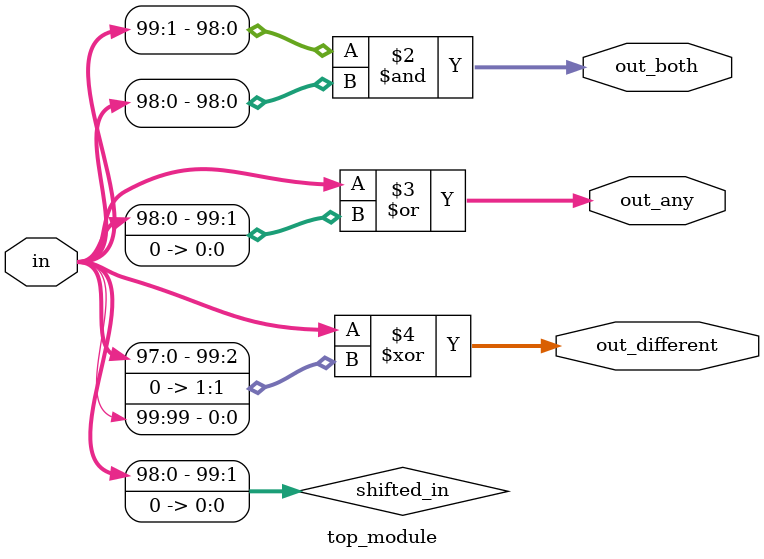
<source format=sv>
module top_module (
	input [99:0] in,
	output [98:0] out_both,
	output [99:0] out_any,
	output [99:0] out_different
);

	wire [99:0] shifted_in;
	assign shifted_in = in << 1;

	assign out_both = in[99:1] & shifted_in[99:1];
	assign out_any = in | shifted_in;
	assign out_different = in ^ {shifted_in[98:0], in[99]};

endmodule

</source>
